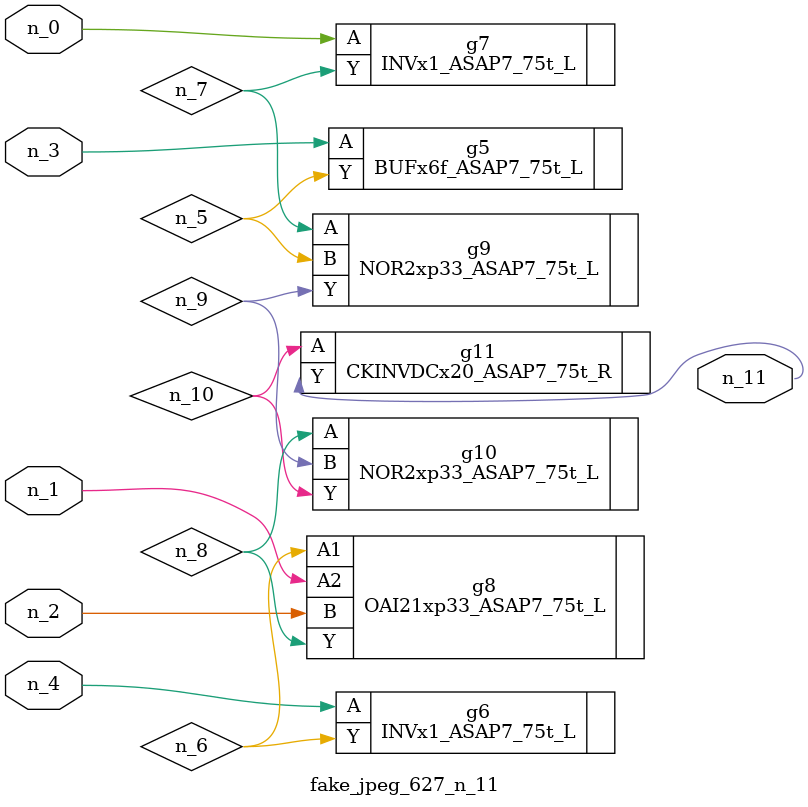
<source format=v>
module fake_jpeg_627_n_11 (n_3, n_2, n_1, n_0, n_4, n_11);

input n_3;
input n_2;
input n_1;
input n_0;
input n_4;

output n_11;

wire n_10;
wire n_8;
wire n_9;
wire n_6;
wire n_5;
wire n_7;

BUFx6f_ASAP7_75t_L g5 ( 
.A(n_3),
.Y(n_5)
);

INVx1_ASAP7_75t_L g6 ( 
.A(n_4),
.Y(n_6)
);

INVx1_ASAP7_75t_L g7 ( 
.A(n_0),
.Y(n_7)
);

OAI21xp33_ASAP7_75t_L g8 ( 
.A1(n_6),
.A2(n_1),
.B(n_2),
.Y(n_8)
);

NOR2xp33_ASAP7_75t_L g10 ( 
.A(n_8),
.B(n_9),
.Y(n_10)
);

NOR2xp33_ASAP7_75t_L g9 ( 
.A(n_7),
.B(n_5),
.Y(n_9)
);

CKINVDCx20_ASAP7_75t_R g11 ( 
.A(n_10),
.Y(n_11)
);


endmodule
</source>
